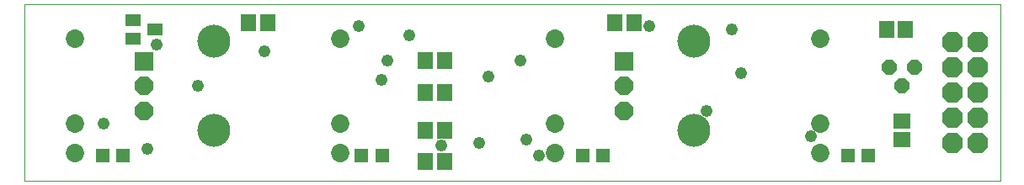
<source format=gts>
G75*
%MOIN*%
%OFA0B0*%
%FSLAX25Y25*%
%IPPOS*%
%LPD*%
%AMOC8*
5,1,8,0,0,1.08239X$1,22.5*
%
%ADD10C,0.00000*%
%ADD11R,0.05918X0.06706*%
%ADD12OC8,0.06000*%
%ADD13OC8,0.08200*%
%ADD14R,0.07296X0.07296*%
%ADD15OC8,0.07296*%
%ADD16C,0.13068*%
%ADD17R,0.05524X0.05524*%
%ADD18R,0.06312X0.04737*%
%ADD19C,0.07296*%
%ADD20R,0.06706X0.05918*%
%ADD21C,0.04800*%
D10*
X0001000Y0005500D02*
X0001000Y0075461D01*
X0387201Y0075461D01*
X0387201Y0005500D01*
X0001000Y0005500D01*
D11*
X0159760Y0013000D03*
X0167240Y0013000D03*
X0167240Y0025500D03*
X0159760Y0025500D03*
X0159760Y0040500D03*
X0167240Y0040500D03*
X0167240Y0053000D03*
X0159760Y0053000D03*
X0097240Y0068000D03*
X0089760Y0068000D03*
X0234760Y0068000D03*
X0242240Y0068000D03*
X0342260Y0065500D03*
X0349740Y0065500D03*
D12*
X0353500Y0050500D03*
X0343500Y0050500D03*
X0348500Y0043000D03*
D13*
X0368500Y0040500D03*
X0378500Y0040500D03*
X0378500Y0050500D03*
X0368500Y0050500D03*
X0368500Y0060500D03*
X0378500Y0060500D03*
X0378500Y0030500D03*
X0368500Y0030500D03*
X0368500Y0020500D03*
X0378500Y0020500D03*
D14*
X0238441Y0052843D03*
X0048441Y0052843D03*
D15*
X0048441Y0043000D03*
X0048441Y0033157D03*
X0238441Y0033157D03*
X0238441Y0043000D03*
D16*
X0266000Y0060717D03*
X0266000Y0025283D03*
X0076000Y0025283D03*
X0076000Y0060717D03*
D17*
X0040134Y0015500D03*
X0031866Y0015500D03*
X0134366Y0015500D03*
X0142634Y0015500D03*
X0221866Y0015500D03*
X0230134Y0015500D03*
X0326866Y0015500D03*
X0335134Y0015500D03*
D18*
X0052831Y0065500D03*
X0044169Y0061760D03*
X0044169Y0069240D03*
D19*
X0021098Y0061701D03*
X0126059Y0061701D03*
X0211138Y0061701D03*
X0316020Y0061701D03*
X0316020Y0028236D03*
X0316020Y0016425D03*
X0211138Y0016425D03*
X0211138Y0028236D03*
X0126059Y0028236D03*
X0126059Y0016425D03*
X0021098Y0016425D03*
X0021098Y0028236D03*
D20*
X0348500Y0029240D03*
X0348500Y0021760D03*
D21*
X0312250Y0023000D03*
X0271000Y0033000D03*
X0199750Y0021750D03*
X0181000Y0020500D03*
X0166000Y0019250D03*
X0204750Y0015500D03*
X0069750Y0043000D03*
X0096000Y0056750D03*
X0053500Y0059250D03*
X0133500Y0066750D03*
X0153500Y0063000D03*
X0144750Y0053000D03*
X0142250Y0045500D03*
X0184750Y0046750D03*
X0197250Y0053000D03*
X0248500Y0066750D03*
X0281000Y0065500D03*
X0284750Y0048000D03*
X0049750Y0018000D03*
X0032250Y0028000D03*
M02*

</source>
